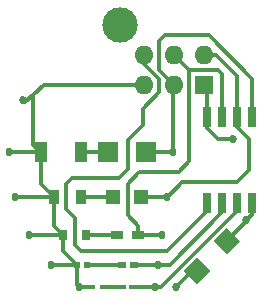
<source format=gtl>
G04 #@! TF.FileFunction,Copper,L1,Top,Signal*
%FSLAX46Y46*%
G04 Gerber Fmt 4.6, Leading zero omitted, Abs format (unit mm)*
G04 Created by KiCad (PCBNEW 4.0.6) date 08/25/20 16:41:01*
%MOMM*%
%LPD*%
G01*
G04 APERTURE LIST*
%ADD10C,0.100000*%
%ADD11R,0.400000X0.400000*%
%ADD12R,0.700000X0.600000*%
%ADD13O,1.600000X1.600000*%
%ADD14R,1.600000X1.600000*%
%ADD15R,1.700000X1.800860*%
%ADD16R,1.300000X1.198880*%
%ADD17R,1.000000X0.797560*%
%ADD18R,0.650000X1.700000*%
%ADD19O,0.508000X0.762000*%
%ADD20R,1.100000X1.700000*%
%ADD21R,0.900000X1.300000*%
%ADD22R,0.700000X0.900000*%
%ADD23R,0.600000X0.600000*%
%ADD24R,0.450000X0.430000*%
%ADD25C,3.000000*%
%ADD26C,0.685800*%
%ADD27C,0.304800*%
G04 APERTURE END LIST*
D10*
D11*
X207980000Y-103505000D03*
X208580000Y-103505000D03*
D12*
X207780000Y-101600000D03*
X208780000Y-101600000D03*
D10*
G36*
X216649236Y-98449393D02*
X217780607Y-99580764D01*
X216649236Y-100712135D01*
X215517865Y-99580764D01*
X216649236Y-98449393D01*
X216649236Y-98449393D01*
G37*
G36*
X214134764Y-100963865D02*
X215266135Y-102095236D01*
X214134764Y-103226607D01*
X213003393Y-102095236D01*
X214134764Y-100963865D01*
X214134764Y-100963865D01*
G37*
D13*
X214757000Y-83820000D03*
D14*
X214757000Y-86360000D03*
D13*
X212217000Y-83820000D03*
X212217000Y-86360000D03*
X209677000Y-83820000D03*
X209677000Y-86360000D03*
D15*
X209804000Y-92075000D03*
X206629000Y-92075000D03*
D16*
X209423000Y-95885000D03*
X207010000Y-95885000D03*
D17*
X209169000Y-99060000D03*
X207391000Y-99060000D03*
D18*
X215011000Y-96360000D03*
X216281000Y-96360000D03*
X217551000Y-96360000D03*
X218821000Y-96360000D03*
X218821000Y-89060000D03*
X217551000Y-89060000D03*
X216281000Y-89060000D03*
X215011000Y-89060000D03*
D19*
X212090000Y-92075000D03*
X211582000Y-95885000D03*
X211201000Y-99060000D03*
X210820000Y-101600000D03*
X210566000Y-103505000D03*
X198247000Y-92075000D03*
X198691500Y-95885000D03*
X199898000Y-99060000D03*
X201739500Y-101600000D03*
X204152500Y-103505000D03*
D20*
X204343000Y-92075000D03*
X200914000Y-92075000D03*
D21*
X204343000Y-95885000D03*
X202057000Y-95885000D03*
D22*
X204724000Y-99060000D03*
X202819000Y-99060000D03*
D23*
X204870000Y-101600000D03*
X203970000Y-101600000D03*
D24*
X206140000Y-103505000D03*
X205340000Y-103505000D03*
D25*
X207645000Y-81280000D03*
D26*
X199390000Y-87630000D03*
X218313000Y-97790000D03*
X212344000Y-103505000D03*
X217170000Y-90932000D03*
D27*
X204152500Y-103505000D02*
X205340000Y-103505000D01*
X203970000Y-101600000D02*
X203970000Y-103322500D01*
X203970000Y-103322500D02*
X204152500Y-103505000D01*
X199580500Y-87820500D02*
X199453500Y-87693500D01*
X199453500Y-87693500D02*
X199390000Y-87630000D01*
X218821000Y-96360000D02*
X218821000Y-97282000D01*
X218821000Y-97282000D02*
X218313000Y-97790000D01*
X216425214Y-99804786D02*
X218821000Y-97409000D01*
X218821000Y-97409000D02*
X218821000Y-96360000D01*
X202819000Y-99060000D02*
X202819000Y-100449000D01*
X202819000Y-100449000D02*
X203970000Y-101600000D01*
X202057000Y-95885000D02*
X202057000Y-98298000D01*
X202057000Y-98298000D02*
X202819000Y-99060000D01*
X200914000Y-92075000D02*
X200914000Y-94742000D01*
X200914000Y-94742000D02*
X202057000Y-95885000D01*
X209677000Y-86360000D02*
X201168000Y-86360000D01*
X200279000Y-91440000D02*
X200914000Y-92075000D01*
X200279000Y-87249000D02*
X200279000Y-91440000D01*
X201168000Y-86360000D02*
X199580500Y-87820500D01*
X199580500Y-87820500D02*
X200279000Y-87249000D01*
X201739500Y-101600000D02*
X203970000Y-101600000D01*
X199898000Y-99060000D02*
X202819000Y-99060000D01*
X198818500Y-95885000D02*
X202057000Y-95885000D01*
X200914000Y-92075000D02*
X198247000Y-92075000D01*
X212344000Y-103505000D02*
X213753764Y-102095236D01*
X213753764Y-102095236D02*
X214134764Y-102095236D01*
X215011000Y-89060000D02*
X215011000Y-90043000D01*
X215900000Y-90932000D02*
X217170000Y-90932000D01*
X215011000Y-90043000D02*
X215900000Y-90932000D01*
X213977786Y-102252214D02*
X213850786Y-102252214D01*
X215011000Y-89060000D02*
X215011000Y-86614000D01*
X215011000Y-86614000D02*
X214757000Y-86360000D01*
X217551000Y-89060000D02*
X217551000Y-89916000D01*
X212852000Y-94615000D02*
X215519000Y-94615000D01*
X212852000Y-94615000D02*
X211709000Y-95885000D01*
X217551000Y-94615000D02*
X215519000Y-94615000D01*
X218567000Y-93599000D02*
X217551000Y-94615000D01*
X218567000Y-90932000D02*
X218567000Y-93599000D01*
X217551000Y-89916000D02*
X218567000Y-90932000D01*
X211582000Y-95885000D02*
X211709000Y-95885000D01*
X217551000Y-89060000D02*
X217551000Y-85598000D01*
X215773000Y-83820000D02*
X214757000Y-83820000D01*
X217551000Y-85598000D02*
X215773000Y-83820000D01*
X209423000Y-95885000D02*
X211582000Y-95885000D01*
X212217000Y-83820000D02*
X213487000Y-85090000D01*
X213487000Y-85090000D02*
X213487000Y-92837000D01*
X208280000Y-94742000D02*
X209169000Y-93853000D01*
X208280000Y-97409000D02*
X208280000Y-94742000D01*
X209169000Y-98298000D02*
X208280000Y-97409000D01*
X209169000Y-99060000D02*
X209169000Y-98298000D01*
X209296000Y-93726000D02*
X209169000Y-93853000D01*
X212598000Y-93726000D02*
X209296000Y-93726000D01*
X213487000Y-92837000D02*
X212598000Y-93726000D01*
X216281000Y-89060000D02*
X216281000Y-85471000D01*
X215900000Y-85090000D02*
X213487000Y-85090000D01*
X216281000Y-85471000D02*
X215900000Y-85090000D01*
X209169000Y-99060000D02*
X211201000Y-99060000D01*
X212090000Y-92075000D02*
X212090000Y-86487000D01*
X212090000Y-86487000D02*
X212217000Y-86360000D01*
X218821000Y-89060000D02*
X218821000Y-85852000D01*
X210947000Y-85090000D02*
X212217000Y-86360000D01*
X210947000Y-82677000D02*
X210947000Y-85090000D01*
X211455000Y-82169000D02*
X210947000Y-82677000D01*
X215138000Y-82169000D02*
X211455000Y-82169000D01*
X218821000Y-85852000D02*
X215138000Y-82169000D01*
X209804000Y-92075000D02*
X212090000Y-92075000D01*
X215011000Y-96360000D02*
X215011000Y-97028000D01*
X215011000Y-97028000D02*
X211582000Y-100457000D01*
X211582000Y-100457000D02*
X204343000Y-100457000D01*
X204343000Y-100457000D02*
X203835000Y-99949000D01*
X203835000Y-99949000D02*
X203835000Y-97663000D01*
X203835000Y-97663000D02*
X203073000Y-96901000D01*
X203073000Y-96901000D02*
X203073000Y-94742000D01*
X203073000Y-94742000D02*
X203581000Y-94234000D01*
X203581000Y-94234000D02*
X207518000Y-94234000D01*
X207518000Y-94234000D02*
X208280000Y-93472000D01*
X208280000Y-93472000D02*
X208280000Y-91059000D01*
X208280000Y-91059000D02*
X209550000Y-89789000D01*
X209550000Y-89789000D02*
X209550000Y-88392000D01*
X209550000Y-88392000D02*
X210947000Y-86995000D01*
X210947000Y-86995000D02*
X210947000Y-85852000D01*
X210947000Y-85852000D02*
X209677000Y-84582000D01*
X209677000Y-84582000D02*
X209677000Y-83820000D01*
X204343000Y-95885000D02*
X207010000Y-95885000D01*
X204724000Y-99060000D02*
X207391000Y-99060000D01*
X204870000Y-101600000D02*
X207680000Y-101600000D01*
X206629000Y-92075000D02*
X204343000Y-92075000D01*
X210820000Y-101600000D02*
X211836000Y-101600000D01*
X211836000Y-101600000D02*
X216281000Y-97155000D01*
X216281000Y-97155000D02*
X216281000Y-96360000D01*
X208780000Y-101600000D02*
X210820000Y-101600000D01*
X208580000Y-103505000D02*
X209169000Y-103505000D01*
X209169000Y-103505000D02*
X210566000Y-103505000D01*
X210693000Y-103505000D02*
X211074000Y-103505000D01*
X211074000Y-103505000D02*
X217551000Y-97028000D01*
X217551000Y-97028000D02*
X217551000Y-96360000D01*
X207980000Y-103505000D02*
X207391000Y-103505000D01*
X207391000Y-103505000D02*
X206140000Y-103505000D01*
M02*

</source>
